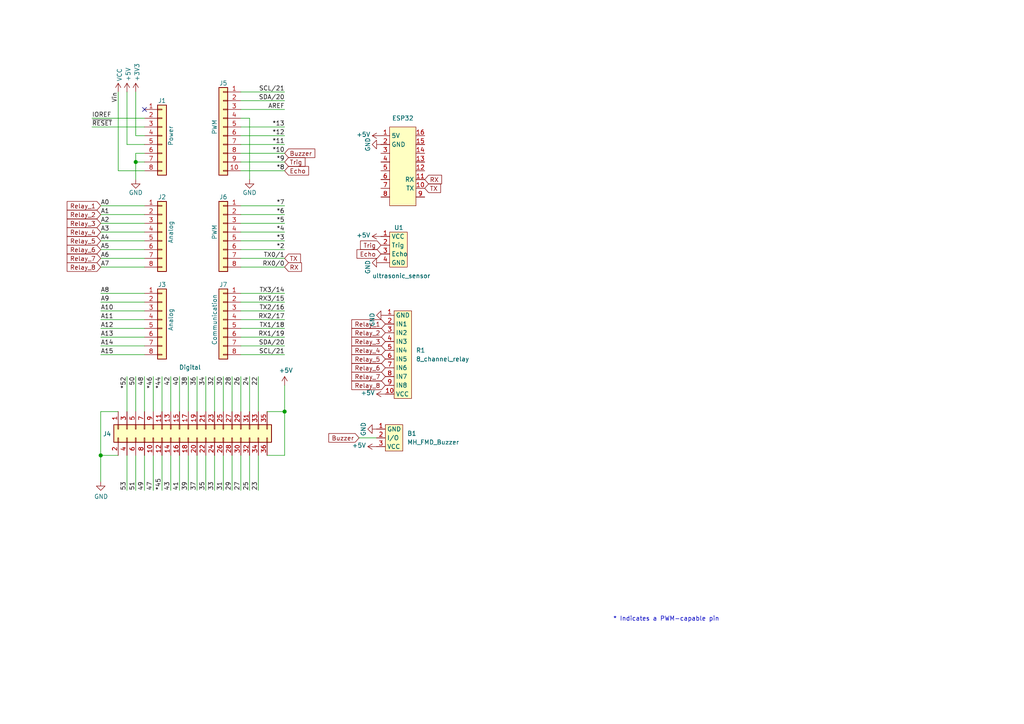
<source format=kicad_sch>
(kicad_sch (version 20211123) (generator eeschema)
  (paper "A4")
  (title_block (date "mar. 31 mars 2015"))
  (lib_symbols
    (symbol "Connector_Generic:Conn_01x08" (pin_names (offset 1.016) hide)
      (property "Reference" "J" (at 0 10.16 0))
      (property "Value" "Conn_01x08" (at 0 -12.7 0))
      (symbol "Conn_01x08_1_1"
        (rectangle (start -1.27 -10.033) (end 0 -10.287) (stroke (width 0.1524)))
        (rectangle (start -1.27 -7.493) (end 0 -7.747) (stroke (width 0.1524)))
        (rectangle (start -1.27 -4.953) (end 0 -5.207) (stroke (width 0.1524)))
        (rectangle (start -1.27 -2.413) (end 0 -2.667) (stroke (width 0.1524)))
        (rectangle (start -1.27 0.127) (end 0 -0.127) (stroke (width 0.1524)))
        (rectangle (start -1.27 2.667) (end 0 2.413) (stroke (width 0.1524)))
        (rectangle (start -1.27 5.207) (end 0 4.953) (stroke (width 0.1524)))
        (rectangle (start -1.27 7.747) (end 0 7.493) (stroke (width 0.1524)))
        (rectangle (start -1.27 8.89) (end 1.27 -11.43) (stroke (width 0.254)) (fill (type background)))
        (pin passive line (at -5.08 7.62 0) (length 3.81) (name "Pin_1") (number "1"))
        (pin passive line (at -5.08 5.08 0) (length 3.81) (name "Pin_2") (number "2"))
        (pin passive line (at -5.08 2.54 0) (length 3.81) (name "Pin_3") (number "3"))
        (pin passive line (at -5.08 0 0) (length 3.81) (name "Pin_4") (number "4"))
        (pin passive line (at -5.08 -2.54 0) (length 3.81) (name "Pin_5") (number "5"))
        (pin passive line (at -5.08 -5.08 0) (length 3.81) (name "Pin_6") (number "6"))
        (pin passive line (at -5.08 -7.62 0) (length 3.81) (name "Pin_7") (number "7"))
        (pin passive line (at -5.08 -10.16 0) (length 3.81) (name "Pin_8") (number "8"))
      )
    )
    (symbol "Connector_Generic:Conn_01x10" (pin_names (offset 1.016) hide)
      (property "Reference" "J" (at 0 12.7 0))
      (property "Value" "Conn_01x10" (at 0 -15.24 0))
      (symbol "Conn_01x10_1_1"
        (rectangle (start -1.27 -12.573) (end 0 -12.827) (stroke (width 0.1524)))
        (rectangle (start -1.27 -10.033) (end 0 -10.287) (stroke (width 0.1524)))
        (rectangle (start -1.27 -7.493) (end 0 -7.747) (stroke (width 0.1524)))
        (rectangle (start -1.27 -4.953) (end 0 -5.207) (stroke (width 0.1524)))
        (rectangle (start -1.27 -2.413) (end 0 -2.667) (stroke (width 0.1524)))
        (rectangle (start -1.27 0.127) (end 0 -0.127) (stroke (width 0.1524)))
        (rectangle (start -1.27 2.667) (end 0 2.413) (stroke (width 0.1524)))
        (rectangle (start -1.27 5.207) (end 0 4.953) (stroke (width 0.1524)))
        (rectangle (start -1.27 7.747) (end 0 7.493) (stroke (width 0.1524)))
        (rectangle (start -1.27 10.287) (end 0 10.033) (stroke (width 0.1524)))
        (rectangle (start -1.27 11.43) (end 1.27 -13.97) (stroke (width 0.254)) (fill (type background)))
        (pin passive line (at -5.08 10.16 0) (length 3.81) (name "Pin_1") (number "1"))
        (pin passive line (at -5.08 -12.7 0) (length 3.81) (name "Pin_10") (number "10"))
        (pin passive line (at -5.08 7.62 0) (length 3.81) (name "Pin_2") (number "2"))
        (pin passive line (at -5.08 5.08 0) (length 3.81) (name "Pin_3") (number "3"))
        (pin passive line (at -5.08 2.54 0) (length 3.81) (name "Pin_4") (number "4"))
        (pin passive line (at -5.08 0 0) (length 3.81) (name "Pin_5") (number "5"))
        (pin passive line (at -5.08 -2.54 0) (length 3.81) (name "Pin_6") (number "6"))
        (pin passive line (at -5.08 -5.08 0) (length 3.81) (name "Pin_7") (number "7"))
        (pin passive line (at -5.08 -7.62 0) (length 3.81) (name "Pin_8") (number "8"))
        (pin passive line (at -5.08 -10.16 0) (length 3.81) (name "Pin_9") (number "9"))
      )
    )
    (symbol "Connector_Generic:Conn_02x18_Odd_Even" (pin_names (offset 1.016) hide)
      (property "Reference" "J" (at 1.27 22.86 0))
      (property "Value" "Conn_02x18_Odd_Even" (at 1.27 -25.4 0))
      (symbol "Conn_02x18_Odd_Even_1_1"
        (rectangle (start -1.27 -22.733) (end 0 -22.987) (stroke (width 0.1524)))
        (rectangle (start -1.27 -20.193) (end 0 -20.447) (stroke (width 0.1524)))
        (rectangle (start -1.27 -17.653) (end 0 -17.907) (stroke (width 0.1524)))
        (rectangle (start -1.27 -15.113) (end 0 -15.367) (stroke (width 0.1524)))
        (rectangle (start -1.27 -12.573) (end 0 -12.827) (stroke (width 0.1524)))
        (rectangle (start -1.27 -10.033) (end 0 -10.287) (stroke (width 0.1524)))
        (rectangle (start -1.27 -7.493) (end 0 -7.747) (stroke (width 0.1524)))
        (rectangle (start -1.27 -4.953) (end 0 -5.207) (stroke (width 0.1524)))
        (rectangle (start -1.27 -2.413) (end 0 -2.667) (stroke (width 0.1524)))
        (rectangle (start -1.27 0.127) (end 0 -0.127) (stroke (width 0.1524)))
        (rectangle (start -1.27 2.667) (end 0 2.413) (stroke (width 0.1524)))
        (rectangle (start -1.27 5.207) (end 0 4.953) (stroke (width 0.1524)))
        (rectangle (start -1.27 7.747) (end 0 7.493) (stroke (width 0.1524)))
        (rectangle (start -1.27 10.287) (end 0 10.033) (stroke (width 0.1524)))
        (rectangle (start -1.27 12.827) (end 0 12.573) (stroke (width 0.1524)))
        (rectangle (start -1.27 15.367) (end 0 15.113) (stroke (width 0.1524)))
        (rectangle (start -1.27 17.907) (end 0 17.653) (stroke (width 0.1524)))
        (rectangle (start -1.27 20.447) (end 0 20.193) (stroke (width 0.1524)))
        (rectangle (start -1.27 21.59) (end 3.81 -24.13) (stroke (width 0.254)) (fill (type background)))
        (rectangle (start 3.81 -22.733) (end 2.54 -22.987) (stroke (width 0.1524)))
        (rectangle (start 3.81 -20.193) (end 2.54 -20.447) (stroke (width 0.1524)))
        (rectangle (start 3.81 -17.653) (end 2.54 -17.907) (stroke (width 0.1524)))
        (rectangle (start 3.81 -15.113) (end 2.54 -15.367) (stroke (width 0.1524)))
        (rectangle (start 3.81 -12.573) (end 2.54 -12.827) (stroke (width 0.1524)))
        (rectangle (start 3.81 -10.033) (end 2.54 -10.287) (stroke (width 0.1524)))
        (rectangle (start 3.81 -7.493) (end 2.54 -7.747) (stroke (width 0.1524)))
        (rectangle (start 3.81 -4.953) (end 2.54 -5.207) (stroke (width 0.1524)))
        (rectangle (start 3.81 -2.413) (end 2.54 -2.667) (stroke (width 0.1524)))
        (rectangle (start 3.81 0.127) (end 2.54 -0.127) (stroke (width 0.1524)))
        (rectangle (start 3.81 2.667) (end 2.54 2.413) (stroke (width 0.1524)))
        (rectangle (start 3.81 5.207) (end 2.54 4.953) (stroke (width 0.1524)))
        (rectangle (start 3.81 7.747) (end 2.54 7.493) (stroke (width 0.1524)))
        (rectangle (start 3.81 10.287) (end 2.54 10.033) (stroke (width 0.1524)))
        (rectangle (start 3.81 12.827) (end 2.54 12.573) (stroke (width 0.1524)))
        (rectangle (start 3.81 15.367) (end 2.54 15.113) (stroke (width 0.1524)))
        (rectangle (start 3.81 17.907) (end 2.54 17.653) (stroke (width 0.1524)))
        (rectangle (start 3.81 20.447) (end 2.54 20.193) (stroke (width 0.1524)))
        (pin passive line (at -5.08 20.32 0) (length 3.81) (name "Pin_1") (number "1"))
        (pin passive line (at 7.62 10.16 180) (length 3.81) (name "Pin_10") (number "10"))
        (pin passive line (at -5.08 7.62 0) (length 3.81) (name "Pin_11") (number "11"))
        (pin passive line (at 7.62 7.62 180) (length 3.81) (name "Pin_12") (number "12"))
        (pin passive line (at -5.08 5.08 0) (length 3.81) (name "Pin_13") (number "13"))
        (pin passive line (at 7.62 5.08 180) (length 3.81) (name "Pin_14") (number "14"))
        (pin passive line (at -5.08 2.54 0) (length 3.81) (name "Pin_15") (number "15"))
        (pin passive line (at 7.62 2.54 180) (length 3.81) (name "Pin_16") (number "16"))
        (pin passive line (at -5.08 0 0) (length 3.81) (name "Pin_17") (number "17"))
        (pin passive line (at 7.62 0 180) (length 3.81) (name "Pin_18") (number "18"))
        (pin passive line (at -5.08 -2.54 0) (length 3.81) (name "Pin_19") (number "19"))
        (pin passive line (at 7.62 20.32 180) (length 3.81) (name "Pin_2") (number "2"))
        (pin passive line (at 7.62 -2.54 180) (length 3.81) (name "Pin_20") (number "20"))
        (pin passive line (at -5.08 -5.08 0) (length 3.81) (name "Pin_21") (number "21"))
        (pin passive line (at 7.62 -5.08 180) (length 3.81) (name "Pin_22") (number "22"))
        (pin passive line (at -5.08 -7.62 0) (length 3.81) (name "Pin_23") (number "23"))
        (pin passive line (at 7.62 -7.62 180) (length 3.81) (name "Pin_24") (number "24"))
        (pin passive line (at -5.08 -10.16 0) (length 3.81) (name "Pin_25") (number "25"))
        (pin passive line (at 7.62 -10.16 180) (length 3.81) (name "Pin_26") (number "26"))
        (pin passive line (at -5.08 -12.7 0) (length 3.81) (name "Pin_27") (number "27"))
        (pin passive line (at 7.62 -12.7 180) (length 3.81) (name "Pin_28") (number "28"))
        (pin passive line (at -5.08 -15.24 0) (length 3.81) (name "Pin_29") (number "29"))
        (pin passive line (at -5.08 17.78 0) (length 3.81) (name "Pin_3") (number "3"))
        (pin passive line (at 7.62 -15.24 180) (length 3.81) (name "Pin_30") (number "30"))
        (pin passive line (at -5.08 -17.78 0) (length 3.81) (name "Pin_31") (number "31"))
        (pin passive line (at 7.62 -17.78 180) (length 3.81) (name "Pin_32") (number "32"))
        (pin passive line (at -5.08 -20.32 0) (length 3.81) (name "Pin_33") (number "33"))
        (pin passive line (at 7.62 -20.32 180) (length 3.81) (name "Pin_34") (number "34"))
        (pin passive line (at -5.08 -22.86 0) (length 3.81) (name "Pin_35") (number "35"))
        (pin passive line (at 7.62 -22.86 180) (length 3.81) (name "Pin_36") (number "36"))
        (pin passive line (at 7.62 17.78 180) (length 3.81) (name "Pin_4") (number "4"))
        (pin passive line (at -5.08 15.24 0) (length 3.81) (name "Pin_5") (number "5"))
        (pin passive line (at 7.62 15.24 180) (length 3.81) (name "Pin_6") (number "6"))
        (pin passive line (at -5.08 12.7 0) (length 3.81) (name "Pin_7") (number "7"))
        (pin passive line (at 7.62 12.7 180) (length 3.81) (name "Pin_8") (number "8"))
        (pin passive line (at -5.08 10.16 0) (length 3.81) (name "Pin_9") (number "9"))
      )
    )
    (symbol "My_Symbol:8_channel_relay"
      (property "Reference" "R" (at -1.27 3.81 0))
      (property "Value" "8_channel_relay" (at 0 -30.48 0))
      (symbol "8_channel_relay_0_1"
        (rectangle (start 0 0) (end 5.08 -25.4) (fill (type background)))
      )
      (symbol "8_channel_relay_1_1"
        (pin input line (at -2.54 -1.27 0) (length 2.54) (name "GND") (number "1"))
        (pin input line (at -2.54 -24.13 0) (length 2.54) (name "VCC") (number "10"))
        (pin input line (at -2.54 -3.81 0) (length 2.54) (name "IN1") (number "2"))
        (pin input line (at -2.54 -6.35 0) (length 2.54) (name "IN2") (number "3"))
        (pin input line (at -2.54 -8.89 0) (length 2.54) (name "IN3") (number "4"))
        (pin input line (at -2.54 -11.43 0) (length 2.54) (name "IN4") (number "5"))
        (pin input line (at -2.54 -13.97 0) (length 2.54) (name "IN5") (number "6"))
        (pin input line (at -2.54 -16.51 0) (length 2.54) (name "IN6") (number "7"))
        (pin input line (at -2.54 -19.05 0) (length 2.54) (name "IN7") (number "8"))
        (pin input line (at -2.54 -21.59 0) (length 2.54) (name "IN8") (number "9"))
      )
    )
    (symbol "My_Symbol:ESP32"
      (property "Value" "ESP32" (at 3.81 1.27 0))
      (symbol "ESP32_0_1"
        (rectangle (start 0 0) (end 7.62 -22.86) (fill (type background)))
      )
      (symbol "ESP32_1_1"
        (pin input line (at -2.54 -2.54 0) (length 2.54) (name "5V") (number "1"))
        (pin input line (at 10.16 -17.78 180) (length 2.54) (name "TX") (number "10"))
        (pin input line (at 10.16 -15.24 180) (length 2.54) (name "RX") (number "11"))
        (pin input line (at 10.16 -12.7 180) (length 2.54) (name "") (number "12"))
        (pin input line (at 10.16 -10.16 180) (length 2.54) (name "") (number "13"))
        (pin input line (at 10.16 -7.62 180) (length 2.54) (name "") (number "14"))
        (pin input line (at 10.16 -5.08 180) (length 2.54) (name "") (number "15"))
        (pin input line (at 10.16 -2.54 180) (length 2.54) (name "") (number "16"))
        (pin input line (at -2.54 -5.08 0) (length 2.54) (name "GND") (number "2"))
        (pin input line (at -2.54 -7.62 0) (length 2.54) (name "") (number "3"))
        (pin input line (at -2.54 -10.16 0) (length 2.54) (name "") (number "4"))
        (pin input line (at -2.54 -12.7 0) (length 2.54) (name "") (number "5"))
        (pin input line (at -2.54 -15.24 0) (length 2.54) (name "") (number "6"))
        (pin input line (at -2.54 -17.78 0) (length 2.54) (name "") (number "7"))
        (pin input line (at -2.54 -20.32 0) (length 2.54) (name "") (number "8"))
        (pin input line (at 10.16 -20.32 180) (length 2.54) (name "") (number "9"))
      )
    )
    (symbol "My_Symbol:MH_FMD_Buzzer"
      (property "Reference" "B" (at 0 -8.89 0))
      (property "Value" "MH_FMD_Buzzer" (at 0 3.81 0))
      (symbol "MH_FMD_Buzzer_0_1"
        (polyline (pts (xy 0 0) (xy 0 -7.62) (xy 5.08 -7.62) (xy 5.08 0) (xy 0 0)) (fill (type background)))
      )
      (symbol "MH_FMD_Buzzer_1_1"
        (pin input line (at -2.54 -1.27 0) (length 2.54) (name "GND") (number "1"))
        (pin input line (at -2.54 -3.81 0) (length 2.54) (name "I/O") (number "2"))
        (pin input line (at -2.54 -6.35 0) (length 2.54) (name "VCC") (number "3"))
      )
    )
    (symbol "My_Symbol:ultrasonic_sensor"
      (property "Reference" "U" (at 3.048 -13.462 0))
      (property "Value" "ultrasonic_sensor" (at 2.794 2.794 0))
      (symbol "ultrasonic_sensor_0_1"
        (rectangle (start 0 0) (end 5.08 -10.16) (fill (type background)))
      )
      (symbol "ultrasonic_sensor_1_1"
        (pin input line (at -2.54 -1.27 0) (length 2.54) (name "VCC") (number "1"))
        (pin input line (at -2.54 -3.81 0) (length 2.54) (name "Trig") (number "2"))
        (pin input line (at -2.54 -6.35 0) (length 2.54) (name "Echo") (number "3"))
        (pin input line (at -2.54 -8.89 0) (length 2.54) (name "GND") (number "4"))
      )
    )
    (symbol "power:+3V3" (power) (pin_names (offset 0))
      (property "Value" "+3V3" (at 0 3.556 0))
      (symbol "+3V3_0_1"
        (polyline (pts (xy -0.762 1.27) (xy 0 2.54)))
        (polyline (pts (xy 0 0) (xy 0 2.54)))
        (polyline (pts (xy 0 2.54) (xy 0.762 1.27)))
      )
      (symbol "+3V3_1_1"
        (pin power_in line (at 0 0 90) (length 0) hide (name "+3V3") (number "1"))
      )
    )
    (symbol "power:+5V" (power) (pin_names (offset 0))
      (property "Value" "+5V" (at 0 3.556 0))
      (symbol "+5V_0_1"
        (polyline (pts (xy -0.762 1.27) (xy 0 2.54)))
        (polyline (pts (xy 0 0) (xy 0 2.54)))
        (polyline (pts (xy 0 2.54) (xy 0.762 1.27)))
      )
      (symbol "+5V_1_1"
        (pin power_in line (at 0 0 90) (length 0) hide (name "+5V") (number "1"))
      )
    )
    (symbol "power:GND" (power) (pin_names (offset 0))
      (property "Value" "GND" (at 0 -3.81 0))
      (symbol "GND_0_1"
        (polyline (pts (xy 0 0) (xy 0 -1.27) (xy 1.27 -1.27) (xy 0 -2.54) (xy -1.27 -1.27) (xy 0 -1.27)))
      )
      (symbol "GND_1_1"
        (pin power_in line (at 0 0 270) (length 0) hide (name "GND") (number "1"))
      )
    )
    (symbol "power:VCC" (power) (pin_names (offset 0))
      (property "Value" "VCC" (at 0 3.81 0))
      (symbol "VCC_0_1"
        (polyline (pts (xy -0.762 1.27) (xy 0 2.54)))
        (polyline (pts (xy 0 0) (xy 0 2.54)))
        (polyline (pts (xy 0 2.54) (xy 0.762 1.27)))
      )
      (symbol "VCC_1_1"
        (pin power_in line (at 0 0 90) (length 0) hide (name "VCC") (number "1"))
      )
    )
  )
  (junction (at 29.21 132.08) (diameter 1.016))
  (junction (at 39.37 46.99) (diameter 1.016))
  (junction (at 82.55 119.38) (diameter 1.016))
  (no_connect (at 41.91 31.75))
  (wire (pts (xy 69.85 77.47) (xy 82.55 77.47)))
  (wire (pts (xy 104.14 127) (xy 109.22 127)))
  (wire (pts (xy 29.21 77.47) (xy 41.91 77.47)))
  (wire (pts (xy 69.85 44.45) (xy 82.55 44.45)))
  (wire (pts (xy 52.07 109.22) (xy 52.07 119.38)))
  (wire (pts (xy 69.85 26.67) (xy 82.55 26.67)))
  (wire (pts (xy 54.61 109.22) (xy 54.61 119.38)))
  (wire (pts (xy 82.55 119.38) (xy 82.55 132.08)))
  (wire (pts (xy 34.29 119.38) (xy 29.21 119.38)))
  (wire (pts (xy 69.85 90.17) (xy 82.55 90.17)))
  (wire (pts (xy 39.37 44.45) (xy 39.37 46.99)))
  (wire (pts (xy 57.15 132.08) (xy 57.15 142.24)))
  (wire (pts (xy 29.21 72.39) (xy 41.91 72.39)))
  (wire (pts (xy 62.23 109.22) (xy 62.23 119.38)))
  (wire (pts (xy 39.37 109.22) (xy 39.37 119.38)))
  (wire (pts (xy 74.93 109.22) (xy 74.93 119.38)))
  (wire (pts (xy 39.37 46.99) (xy 39.37 52.07)))
  (wire (pts (xy 69.85 132.08) (xy 69.85 142.24)))
  (wire (pts (xy 39.37 39.37) (xy 41.91 39.37)))
  (wire (pts (xy 49.53 109.22) (xy 49.53 119.38)))
  (wire (pts (xy 36.83 41.91) (xy 41.91 41.91)))
  (wire (pts (xy 59.69 132.08) (xy 59.69 142.24)))
  (wire (pts (xy 36.83 26.67) (xy 36.83 41.91)))
  (wire (pts (xy 29.21 102.87) (xy 41.91 102.87)))
  (wire (pts (xy 44.45 132.08) (xy 44.45 142.24)))
  (wire (pts (xy 67.31 132.08) (xy 67.31 142.24)))
  (wire (pts (xy 69.85 36.83) (xy 82.55 36.83)))
  (wire (pts (xy 39.37 26.67) (xy 39.37 39.37)))
  (wire (pts (xy 69.85 59.69) (xy 82.55 59.69)))
  (wire (pts (xy 41.91 59.69) (xy 29.21 59.69)))
  (wire (pts (xy 69.85 39.37) (xy 82.55 39.37)))
  (wire (pts (xy 41.91 100.33) (xy 29.21 100.33)))
  (wire (pts (xy 69.85 62.23) (xy 82.55 62.23)))
  (wire (pts (xy 69.85 97.79) (xy 82.55 97.79)))
  (wire (pts (xy 59.69 109.22) (xy 59.69 119.38)))
  (wire (pts (xy 29.21 119.38) (xy 29.21 132.08)))
  (wire (pts (xy 44.45 109.22) (xy 44.45 119.38)))
  (wire (pts (xy 34.29 132.08) (xy 29.21 132.08)))
  (wire (pts (xy 69.85 46.99) (xy 82.55 46.99)))
  (wire (pts (xy 67.31 109.22) (xy 67.31 119.38)))
  (wire (pts (xy 64.77 109.22) (xy 64.77 119.38)))
  (wire (pts (xy 46.99 132.08) (xy 46.99 142.24)))
  (wire (pts (xy 64.77 132.08) (xy 64.77 142.24)))
  (wire (pts (xy 41.91 132.08) (xy 41.91 142.24)))
  (wire (pts (xy 72.39 109.22) (xy 72.39 119.38)))
  (wire (pts (xy 69.85 67.31) (xy 82.55 67.31)))
  (wire (pts (xy 52.07 132.08) (xy 52.07 142.24)))
  (wire (pts (xy 46.99 109.22) (xy 46.99 119.38)))
  (wire (pts (xy 26.67 34.29) (xy 41.91 34.29)))
  (wire (pts (xy 69.85 87.63) (xy 82.55 87.63)))
  (wire (pts (xy 82.55 111.76) (xy 82.55 119.38)))
  (wire (pts (xy 72.39 34.29) (xy 72.39 52.07)))
  (wire (pts (xy 69.85 102.87) (xy 82.55 102.87)))
  (wire (pts (xy 69.85 31.75) (xy 82.55 31.75)))
  (wire (pts (xy 77.47 119.38) (xy 82.55 119.38)))
  (wire (pts (xy 69.85 95.25) (xy 82.55 95.25)))
  (wire (pts (xy 29.21 92.71) (xy 41.91 92.71)))
  (wire (pts (xy 41.91 64.77) (xy 29.21 64.77)))
  (wire (pts (xy 26.67 36.83) (xy 41.91 36.83)))
  (wire (pts (xy 69.85 85.09) (xy 82.55 85.09)))
  (wire (pts (xy 41.91 46.99) (xy 39.37 46.99)))
  (wire (pts (xy 41.91 49.53) (xy 34.29 49.53)))
  (wire (pts (xy 36.83 109.22) (xy 36.83 119.38)))
  (wire (pts (xy 29.21 62.23) (xy 41.91 62.23)))
  (wire (pts (xy 39.37 132.08) (xy 39.37 142.24)))
  (wire (pts (xy 62.23 132.08) (xy 62.23 142.24)))
  (wire (pts (xy 41.91 90.17) (xy 29.21 90.17)))
  (wire (pts (xy 36.83 132.08) (xy 36.83 142.24)))
  (wire (pts (xy 69.85 92.71) (xy 82.55 92.71)))
  (wire (pts (xy 69.85 34.29) (xy 72.39 34.29)))
  (wire (pts (xy 54.61 132.08) (xy 54.61 142.24)))
  (wire (pts (xy 41.91 44.45) (xy 39.37 44.45)))
  (wire (pts (xy 29.21 97.79) (xy 41.91 97.79)))
  (wire (pts (xy 69.85 109.22) (xy 69.85 119.38)))
  (wire (pts (xy 69.85 41.91) (xy 82.55 41.91)))
  (wire (pts (xy 57.15 109.22) (xy 57.15 119.38)))
  (wire (pts (xy 29.21 87.63) (xy 41.91 87.63)))
  (wire (pts (xy 69.85 64.77) (xy 82.55 64.77)))
  (wire (pts (xy 29.21 67.31) (xy 41.91 67.31)))
  (wire (pts (xy 41.91 109.22) (xy 41.91 119.38)))
  (wire (pts (xy 69.85 100.33) (xy 82.55 100.33)))
  (wire (pts (xy 82.55 132.08) (xy 77.47 132.08)))
  (wire (pts (xy 41.91 85.09) (xy 29.21 85.09)))
  (wire (pts (xy 74.93 132.08) (xy 74.93 142.24)))
  (wire (pts (xy 69.85 29.21) (xy 82.55 29.21)))
  (wire (pts (xy 72.39 132.08) (xy 72.39 142.24)))
  (wire (pts (xy 69.85 72.39) (xy 82.55 72.39)))
  (wire (pts (xy 69.85 69.85) (xy 82.55 69.85)))
  (wire (pts (xy 49.53 132.08) (xy 49.53 142.24)))
  (wire (pts (xy 69.85 74.93) (xy 82.55 74.93)))
  (wire (pts (xy 41.91 95.25) (xy 29.21 95.25)))
  (wire (pts (xy 34.29 49.53) (xy 34.29 26.67)))
  (wire (pts (xy 29.21 132.08) (xy 29.21 139.7)))
  (wire (pts (xy 41.91 74.93) (xy 29.21 74.93)))
  (wire (pts (xy 41.91 69.85) (xy 29.21 69.85)))
  (wire (pts (xy 69.85 49.53) (xy 82.55 49.53)))
  (text "* Indicates a PWM-capable pin" (at 177.8 180.34 0) (effects (font (size 1.27 1.27)) (justify left bottom)))
  (label "A10" (at 29.21 90.17 0))
  (label "RX0{slash}0" (at 82.55 77.47 180))
  (label "A15" (at 29.21 102.87 0))
  (label "A2" (at 29.21 64.77 0))
  (label "RX2{slash}17" (at 82.55 92.71 180))
  (label "*4" (at 82.55 67.31 180))
  (label "SDA{slash}20" (at 82.55 100.33 180))
  (label "26" (at 69.85 109.22 270))
  (label "31" (at 64.77 142.24 90))
  (label "22" (at 74.93 109.22 270))
  (label "33" (at 62.23 142.24 90))
  (label "36" (at 57.15 109.22 270))
  (label "*2" (at 82.55 72.39 180))
  (label "TX1{slash}18" (at 82.55 95.25 180))
  (label "*44" (at 46.99 109.22 270))
  (label "A3" (at 29.21 67.31 0))
  (label "*13" (at 82.55 36.83 180))
  (label "*52" (at 36.83 109.22 270))
  (label "*12" (at 82.55 39.37 180))
  (label "40" (at 52.07 109.22 270))
  (label "~{RESET}" (at 26.67 36.83 0))
  (label "35" (at 59.69 142.24 90))
  (label "*10" (at 82.55 44.45 180))
  (label "28" (at 67.31 109.22 270))
  (label "23" (at 74.93 142.24 90))
  (label "29" (at 67.31 142.24 90))
  (label "A13" (at 29.21 97.79 0))
  (label "41" (at 52.07 142.24 90))
  (label "30" (at 64.77 109.22 270))
  (label "47" (at 44.45 142.24 90))
  (label "34" (at 59.69 109.22 270))
  (label "*45" (at 46.99 142.24 90))
  (label "38" (at 54.61 109.22 270))
  (label "51" (at 39.37 142.24 90))
  (label "*7" (at 82.55 59.69 180))
  (label "SDA{slash}20" (at 82.55 29.21 180))
  (label "*8" (at 82.55 49.53 180))
  (label "A9" (at 29.21 87.63 0))
  (label "*11" (at 82.55 41.91 180))
  (label "*3" (at 82.55 69.85 180))
  (label "A6" (at 29.21 74.93 0))
  (label "42" (at 49.53 109.22 270))
  (label "A1" (at 29.21 62.23 0))
  (label "53" (at 36.83 142.24 90))
  (label "TX0{slash}1" (at 82.55 74.93 180))
  (label "24" (at 72.39 109.22 270))
  (label "RX1{slash}19" (at 82.55 97.79 180))
  (label "A0" (at 29.21 59.69 0))
  (label "AREF" (at 82.55 31.75 180))
  (label "A14" (at 29.21 100.33 0))
  (label "39" (at 54.61 142.24 90))
  (label "A8" (at 29.21 85.09 0))
  (label "Vin" (at 34.29 26.67 270))
  (label "27" (at 69.85 142.24 90))
  (label "37" (at 57.15 142.24 90))
  (label "25" (at 72.39 142.24 90))
  (label "*6" (at 82.55 62.23 180))
  (label "*46" (at 44.45 109.22 270))
  (label "SCL{slash}21" (at 82.55 26.67 180))
  (label "*9" (at 82.55 46.99 180))
  (label "50" (at 39.37 109.22 270))
  (label "TX2{slash}16" (at 82.55 90.17 180))
  (label "*5" (at 82.55 64.77 180))
  (label "IOREF" (at 26.67 34.29 0))
  (label "A7" (at 29.21 77.47 0))
  (label "A11" (at 29.21 92.71 0))
  (label "A4" (at 29.21 69.85 0))
  (label "49" (at 41.91 142.24 90))
  (label "A5" (at 29.21 72.39 0))
  (label "RX3{slash}15" (at 82.55 87.63 180))
  (label "TX3{slash}14" (at 82.55 85.09 180))
  (label "32" (at 62.23 109.22 270))
  (label "43" (at 49.53 142.24 90))
  (label "A12" (at 29.21 95.25 0))
  (label "SCL{slash}21" (at 82.55 102.87 180))
  (label "48" (at 41.91 109.22 270))
  (global_label "Relay_6" (shape input) (at 29.21 72.39 180) (property "Intersheet References" "${INTERSHEET_REFS}" (effects hide)))
  (global_label "Relay_4" (shape input) (at 111.76 101.6 180) (property "Intersheet References" "${INTERSHEET_REFS}" (effects hide)))
  (global_label "Relay_1" (shape input) (at 29.21 59.69 180) (property "Intersheet References" "${INTERSHEET_REFS}" (effects hide)))
  (global_label "Trig" (shape input) (at 110.49 71.12 180) (property "Intersheet References" "${INTERSHEET_REFS}" (effects hide)))
  (global_label "Relay_5" (shape input) (at 111.76 104.14 180) (property "Intersheet References" "${INTERSHEET_REFS}" (effects hide)))
  (global_label "Buzzer" (shape input) (at 104.14 127 180) (property "Intersheet References" "${INTERSHEET_REFS}" (effects hide)))
  (global_label "Echo" (shape input) (at 82.55 49.53 0) (property "Intersheet References" "${INTERSHEET_REFS}" (effects hide)))
  (global_label "Relay_3" (shape input) (at 29.21 64.77 180) (property "Intersheet References" "${INTERSHEET_REFS}" (effects hide)))
  (global_label "TX" (shape input) (at 82.55 74.93 0) (property "Intersheet References" "${INTERSHEET_REFS}" (effects hide)))
  (global_label "TX" (shape input) (at 123.19 54.61 0) (property "Intersheet References" "${INTERSHEET_REFS}" (effects hide)))
  (global_label "Relay_5" (shape input) (at 29.21 69.85 180) (property "Intersheet References" "${INTERSHEET_REFS}" (effects hide)))
  (global_label "RX" (shape input) (at 82.55 77.47 0) (property "Intersheet References" "${INTERSHEET_REFS}" (effects hide)))
  (global_label "Relay_8" (shape input) (at 111.76 111.76 180) (property "Intersheet References" "${INTERSHEET_REFS}" (effects hide)))
  (global_label "Echo" (shape input) (at 110.49 73.66 180) (property "Intersheet References" "${INTERSHEET_REFS}" (effects hide)))
  (global_label "Relay_3" (shape input) (at 111.76 99.06 180) (property "Intersheet References" "${INTERSHEET_REFS}" (effects hide)))
  (global_label "RX" (shape input) (at 123.19 52.07 0) (property "Intersheet References" "${INTERSHEET_REFS}" (effects hide)))
  (global_label "Buzzer" (shape input) (at 82.55 44.45 0) (property "Intersheet References" "${INTERSHEET_REFS}" (effects hide)))
  (global_label "Relay_4" (shape input) (at 29.21 67.31 180) (property "Intersheet References" "${INTERSHEET_REFS}" (effects hide)))
  (global_label "Relay_2" (shape input) (at 111.76 96.52 180) (property "Intersheet References" "${INTERSHEET_REFS}" (effects hide)))
  (global_label "Relay_7" (shape input) (at 29.21 74.93 180) (property "Intersheet References" "${INTERSHEET_REFS}" (effects hide)))
  (global_label "Relay_6" (shape input) (at 111.76 106.68 180) (property "Intersheet References" "${INTERSHEET_REFS}" (effects hide)))
  (global_label "Relay_1" (shape input) (at 111.76 93.98 180) (property "Intersheet References" "${INTERSHEET_REFS}" (effects hide)))
  (global_label "Trig" (shape input) (at 82.55 46.99 0) (property "Intersheet References" "${INTERSHEET_REFS}" (effects hide)))
  (global_label "Relay_7" (shape input) (at 111.76 109.22 180) (property "Intersheet References" "${INTERSHEET_REFS}" (effects hide)))
  (global_label "Relay_2" (shape input) (at 29.21 62.23 180) (property "Intersheet References" "${INTERSHEET_REFS}" (effects hide)))
  (global_label "Relay_8" (shape input) (at 29.21 77.47 180) (property "Intersheet References" "${INTERSHEET_REFS}" (effects hide)))
  (symbol (lib_id "Connector_Generic:Conn_01x08") (at 46.99 39.37 0) (unit 1)
    (property "Reference" "J1" (at 46.99 29.21 0))
    (property "Value" "Power" (at 49.53 39.37 90))
    (property "Footprint" "Connector_PinSocket_2.54mm:PinSocket_1x08_P2.54mm_Vertical" (effects hide))
  )
  (symbol (lib_id "power:+3V3") (at 39.37 26.67 0) (unit 1)
    (property "Reference" "#PWR04" (effects hide))
    (property "Value" "+3.3V" (at 39.751 23.622 90) (effects (justify left)))
  )
  (symbol (lib_id "power:+5V") (at 36.83 26.67 0) (unit 1)
    (property "Reference" "#PWR03" (effects hide))
    (property "Value" "+5V" (at 37.1856 23.622 90) (effects (justify left)))
  )
  (symbol (lib_id "power:GND") (at 39.37 52.07 0) (unit 1)
    (property "Reference" "#PWR05" (effects hide))
    (property "Value" "GND" (at 39.37 55.88 0))
  )
  (symbol (lib_id "Connector_Generic:Conn_01x10") (at 64.77 36.83 0) (mirror y) (unit 1)
    (property "Reference" "J5" (at 64.77 24.13 0))
    (property "Value" "PWM" (at 62.23 36.83 90))
    (property "Footprint" "Connector_PinSocket_2.54mm:PinSocket_1x10_P2.54mm_Vertical" (effects hide))
  )
  (symbol (lib_id "power:GND") (at 72.39 52.07 0) (unit 1)
    (property "Reference" "#PWR06" (effects hide))
    (property "Value" "GND" (at 72.39 55.88 0))
  )
  (symbol (lib_id "Connector_Generic:Conn_01x08") (at 46.99 67.31 0) (unit 1)
    (property "Reference" "J2" (at 46.99 57.15 0))
    (property "Value" "Analog" (at 49.53 67.31 90))
    (property "Footprint" "Connector_PinSocket_2.54mm:PinSocket_1x08_P2.54mm_Vertical" (effects hide))
  )
  (symbol (lib_id "Connector_Generic:Conn_01x08") (at 64.77 67.31 0) (mirror y) (unit 1)
    (property "Reference" "J6" (at 64.77 57.15 0))
    (property "Value" "PWM" (at 62.23 67.31 90))
    (property "Footprint" "Connector_PinSocket_2.54mm:PinSocket_1x08_P2.54mm_Vertical" (effects hide))
  )
  (symbol (lib_id "Connector_Generic:Conn_01x08") (at 46.99 92.71 0) (unit 1)
    (property "Reference" "J3" (at 46.99 82.55 0))
    (property "Value" "Analog" (at 49.53 92.71 90))
    (property "Footprint" "Connector_PinSocket_2.54mm:PinSocket_1x08_P2.54mm_Vertical" (effects hide))
  )
  (symbol (lib_id "Connector_Generic:Conn_01x08") (at 64.77 92.71 0) (mirror y) (unit 1)
    (property "Reference" "J7" (at 64.77 82.55 0))
    (property "Value" "Communication" (at 62.23 92.71 90))
    (property "Footprint" "Connector_PinSocket_2.54mm:PinSocket_1x08_P2.54mm_Vertical" (effects hide))
  )
  (symbol (lib_id "Connector_Generic:Conn_02x18_Odd_Even") (at 54.61 124.46 90) (mirror x) (unit 1)
    (property "Reference" "J4" (at 32.2579 125.8506 90) (effects (justify left)))
    (property "Value" "Digital" (at 55.118 106.553 90))
    (property "Footprint" "Connector_PinSocket_2.54mm:PinSocket_2x18_P2.54mm_Vertical" (effects hide))
  )
  (symbol (lib_id "power:GND") (at 29.21 139.7 0) (unit 1)
    (property "Reference" "#PWR01" (effects hide))
    (property "Value" "GND" (at 29.3243 144.0244 0))
  )
  (symbol (lib_id "power:+5V") (at 82.55 111.76 0) (unit 1)
    (property "Reference" "#PWR07" (effects hide))
    (property "Value" "+5V" (at 82.9183 107.4356 0))
  )
  (symbol (lib_id "power:+5V") (at 110.49 39.37 90) (unit 1)
    (property "Reference" "#PWR010" (effects hide))
    (property "Value" "+5V" (at 107.442 39.0144 90) (effects (justify left)))
  )
  (symbol (lib_id "My_Symbol:ESP32") (at 113.03 36.83 0) (unit 1)
    (property "Reference" "E1" (effects hide))
    (property "Value" "ESP32" (at 116.84 34.29 0))
    (property "Footprint" "My_Lib:ESP32" (effects hide))
  )
  (symbol (lib_id "power:GND") (at 111.76 91.44 270) (unit 1)
    (property "Reference" "#PWR014" (effects hide))
    (property "Value" "GND" (at 107.95 92.71 0))
  )
  (symbol (lib_id "power:VCC") (at 34.29 26.67 0) (unit 1)
    (property "Reference" "#PWR02" (effects hide))
    (property "Value" "VCC" (at 34.671 23.622 90) (effects (justify left)))
  )
  (symbol (lib_id "My_Symbol:MH_FMD_Buzzer") (at 111.76 123.19 0) (unit 1)
    (property "Reference" "B1" (at 118.11 125.7299 0) (effects (justify left)))
    (property "Value" "MH_FMD_Buzzer" (at 118.11 128.2699 0) (effects (justify left)))
    (property "Footprint" "My_Lib:MH_FMD_Buzzer" (effects hide))
  )
  (symbol (lib_id "power:GND") (at 109.22 124.46 270) (unit 1)
    (property "Reference" "#PWR08" (effects hide))
    (property "Value" "GND" (at 105.41 124.46 0))
  )
  (symbol (lib_id "power:+5V") (at 110.49 68.58 90) (unit 1)
    (property "Reference" "#PWR012" (effects hide))
    (property "Value" "+5V" (at 107.442 68.2244 90) (effects (justify left)))
  )
  (symbol (lib_id "power:+5V") (at 111.76 114.3 90) (unit 1)
    (property "Reference" "#PWR015" (effects hide))
    (property "Value" "+5V" (at 108.712 113.9444 90) (effects (justify left)))
  )
  (symbol (lib_id "power:GND") (at 110.49 41.91 270) (unit 1)
    (property "Reference" "#PWR011" (effects hide))
    (property "Value" "GND" (at 106.68 41.91 0))
  )
  (symbol (lib_id "power:GND") (at 110.49 76.2 270) (unit 1)
    (property "Reference" "#PWR013" (effects hide))
    (property "Value" "GND" (at 106.68 77.47 0))
  )
  (symbol (lib_id "My_Symbol:8_channel_relay") (at 114.3 90.17 0) (unit 1)
    (property "Reference" "R1" (at 120.65 101.6 0) (effects (justify left)))
    (property "Value" "8_channel_relay" (at 120.65 104.1399 0) (effects (justify left)))
    (property "Footprint" "My_Lib:8_channel_relay" (effects hide))
  )
  (symbol (lib_id "My_Symbol:ultrasonic_sensor") (at 113.03 67.31 0) (unit 1)
    (property "Reference" "U1" (at 114.3 66.04 0) (effects (justify left)))
    (property "Value" "ultrasonic_sensor" (at 107.95 80.01 0) (effects (justify left)))
    (property "Footprint" "My_Lib:ultrasonic_sensor" (effects hide))
  )
  (symbol (lib_id "power:+5V") (at 109.22 129.54 90) (unit 1)
    (property "Reference" "#PWR09" (effects hide))
    (property "Value" "+5V" (at 106.172 129.1844 90) (effects (justify left)))
  )
)
</source>
